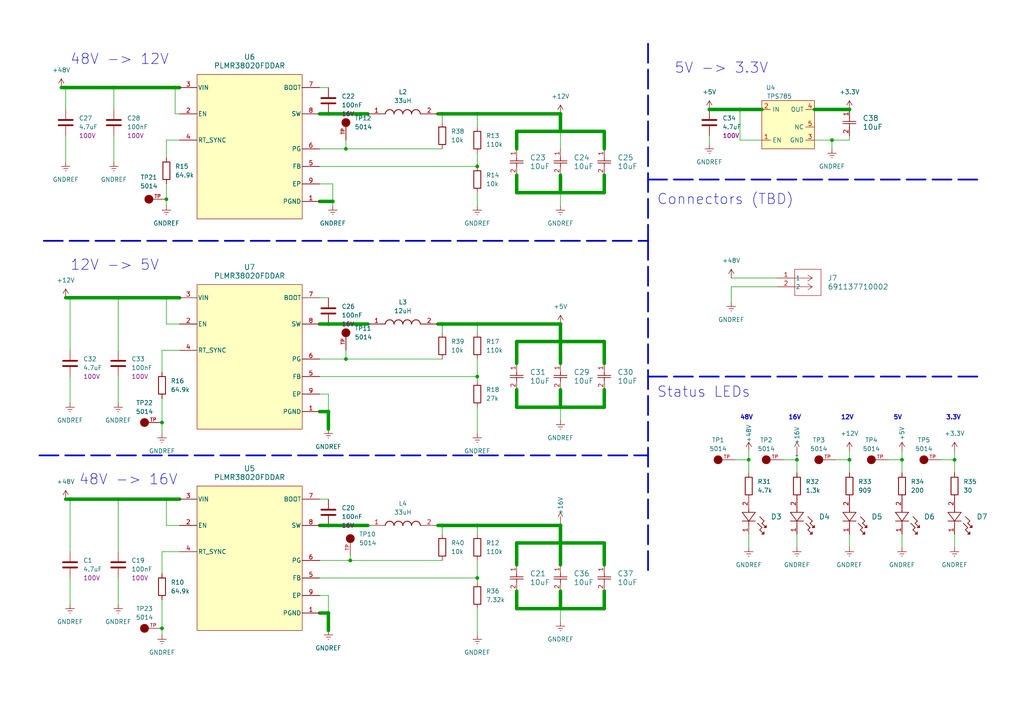
<source format=kicad_sch>
(kicad_sch (version 20230121) (generator eeschema)
  (paper "A4")
  (junction (at 46.99 182.245))
  (junction (at 20.32 144.78))
  (junction (at 246.38 133.35))
  (junction (at 162.56 99.06))
  (junction (at 128.27 93.98))
  (junction (at 241.3 40.64))
  (junction (at 138.43 33.02))
  (junction (at 138.43 167.64))
  (junction (at 20.32 86.36))
  (junction (at 162.56 152.4))
  (junction (at 205.74 31.75))
  (junction (at 246.38 31.75))
  (junction (at 128.27 152.4))
  (junction (at 138.43 48.26))
  (junction (at 48.26 57.785))
  (junction (at 162.56 157.48))
  (junction (at 231.14 133.35))
  (junction (at 100.33 104.14))
  (junction (at 34.29 86.36))
  (junction (at 95.25 119.38))
  (junction (at 48.26 144.78))
  (junction (at 162.56 93.98))
  (junction (at 100.33 43.18))
  (junction (at 95.25 152.4))
  (junction (at 95.25 93.98))
  (junction (at 19.05 25.4))
  (junction (at 162.56 176.53))
  (junction (at 217.17 133.35))
  (junction (at 50.8 25.4))
  (junction (at 138.43 93.98))
  (junction (at 138.43 109.22))
  (junction (at 46.99 122.555))
  (junction (at 214.63 31.75))
  (junction (at 95.25 33.02))
  (junction (at 48.26 86.36))
  (junction (at 95.25 177.8))
  (junction (at 276.86 133.35))
  (junction (at 96.52 58.42))
  (junction (at 162.56 33.02))
  (junction (at 138.43 152.4))
  (junction (at 162.56 55.88))
  (junction (at 162.56 38.1))
  (junction (at 34.29 144.78))
  (junction (at 33.02 25.4))
  (junction (at 162.56 118.11))
  (junction (at 128.27 33.02))
  (junction (at 101.6 162.56))
  (junction (at 261.62 133.35))
  (wire (pts (xy 92.71 104.14) (xy 100.33 104.14)))
  (wire (pts (xy 231.14 154.94) (xy 231.14 158.75)))
  (wire (pts (xy 48.26 144.78) (xy 48.26 152.4)))
  (wire (pts (xy 128.27 152.4) (xy 127 152.4)))
  (wire (pts (xy 48.26 86.36) (xy 48.26 93.98)))
  (wire (pts (xy 175.26 38.1) (xy 175.26 43.18)) (stroke (width 1)))
  (wire (pts (xy 48.26 144.78) (xy 52.07 144.78)) (stroke (width 1)))
  (wire (pts (xy 95.25 152.4) (xy 106.68 152.4)) (stroke (width 1)))
  (wire (pts (xy 149.86 43.18) (xy 149.86 38.1)) (stroke (width 1)))
  (wire (pts (xy 46.99 115.57) (xy 46.99 122.555)))
  (wire (pts (xy 96.52 53.34) (xy 96.52 58.42)))
  (wire (pts (xy 46.99 101.6) (xy 52.07 101.6)))
  (wire (pts (xy 162.56 96.52) (xy 162.56 99.06)))
  (wire (pts (xy 246.38 133.35) (xy 246.38 130.81)))
  (wire (pts (xy 162.56 176.53) (xy 162.56 180.34)))
  (wire (pts (xy 92.71 177.8) (xy 95.25 177.8)) (stroke (width 1)))
  (wire (pts (xy 19.05 86.36) (xy 20.32 86.36)) (stroke (width 1)))
  (wire (pts (xy 52.07 25.4) (xy 50.8 25.4)) (stroke (width 1)))
  (wire (pts (xy 92.71 48.26) (xy 138.43 48.26)))
  (wire (pts (xy 95.25 93.98) (xy 106.68 93.98)) (stroke (width 1)))
  (wire (pts (xy 95.25 182.88) (xy 95.25 177.8)) (stroke (width 1)))
  (wire (pts (xy 92.71 144.78) (xy 95.25 144.78)))
  (wire (pts (xy 162.56 38.1) (xy 162.56 43.18)))
  (wire (pts (xy 101.6 162.56) (xy 128.27 162.56)))
  (wire (pts (xy 48.26 40.64) (xy 48.26 45.72)))
  (wire (pts (xy 128.27 33.02) (xy 138.43 33.02)) (stroke (width 1)))
  (wire (pts (xy 231.14 133.35) (xy 231.14 132.08)))
  (wire (pts (xy 92.71 172.72) (xy 95.25 172.72)))
  (wire (pts (xy 175.26 157.48) (xy 175.26 163.83)) (stroke (width 1)))
  (wire (pts (xy 214.63 40.64) (xy 214.63 31.75)))
  (wire (pts (xy 138.43 104.14) (xy 138.43 109.22)))
  (wire (pts (xy 175.26 176.53) (xy 162.56 176.53)) (stroke (width 1)))
  (wire (pts (xy 20.32 109.22) (xy 20.32 116.84)))
  (wire (pts (xy 48.26 57.785) (xy 48.26 59.69)))
  (wire (pts (xy 100.33 40.64) (xy 100.33 43.18)))
  (wire (pts (xy 162.56 118.11) (xy 162.56 121.92)))
  (wire (pts (xy 138.43 33.02) (xy 138.43 36.83)))
  (wire (pts (xy 138.43 93.98) (xy 162.56 93.98)) (stroke (width 1)))
  (wire (pts (xy 175.26 118.11) (xy 162.56 118.11)) (stroke (width 1)))
  (wire (pts (xy 231.14 133.35) (xy 231.14 137.16)))
  (wire (pts (xy 214.63 31.75) (xy 220.98 31.75)) (stroke (width 1)))
  (wire (pts (xy 34.29 86.36) (xy 34.29 101.6)))
  (wire (pts (xy 138.43 176.53) (xy 138.43 184.15)))
  (wire (pts (xy 19.05 25.4) (xy 33.02 25.4)) (stroke (width 1)))
  (wire (pts (xy 33.02 25.4) (xy 33.02 31.75)))
  (wire (pts (xy 127 93.98) (xy 128.27 93.98)) (stroke (width 1)))
  (wire (pts (xy 205.74 31.75) (xy 214.63 31.75)) (stroke (width 1)))
  (wire (pts (xy 257.81 133.35) (xy 261.62 133.35)))
  (wire (pts (xy 236.22 31.75) (xy 246.38 31.75)) (stroke (width 1)))
  (wire (pts (xy 92.71 33.02) (xy 95.25 33.02)) (stroke (width 1)))
  (wire (pts (xy 46.99 182.245) (xy 46.99 184.15)))
  (wire (pts (xy 46.99 173.99) (xy 46.99 182.245)))
  (wire (pts (xy 162.56 152.4) (xy 162.56 157.48)) (stroke (width 1)))
  (wire (pts (xy 128.27 93.98) (xy 138.43 93.98)))
  (wire (pts (xy 138.43 33.02) (xy 128.27 33.02)))
  (wire (pts (xy 261.62 133.35) (xy 261.62 130.81)))
  (wire (pts (xy 138.43 55.88) (xy 138.43 59.69)))
  (wire (pts (xy 128.27 93.98) (xy 128.27 96.52)))
  (wire (pts (xy 149.86 50.8) (xy 149.86 55.88)) (stroke (width 1)))
  (wire (pts (xy 92.71 93.98) (xy 95.25 93.98)) (stroke (width 1)))
  (wire (pts (xy 19.05 144.78) (xy 20.32 144.78)) (stroke (width 1)))
  (wire (pts (xy 96.52 58.42) (xy 96.52 59.69)))
  (wire (pts (xy 128.27 152.4) (xy 138.43 152.4)) (stroke (width 1)))
  (wire (pts (xy 138.43 118.11) (xy 138.43 125.73)))
  (wire (pts (xy 46.99 160.02) (xy 52.07 160.02)))
  (wire (pts (xy 19.05 25.4) (xy 19.05 31.75)))
  (wire (pts (xy 92.71 53.34) (xy 96.52 53.34)))
  (wire (pts (xy 95.25 114.3) (xy 95.25 119.38)))
  (wire (pts (xy 52.07 152.4) (xy 48.26 152.4)))
  (wire (pts (xy 33.02 39.37) (xy 33.02 46.99)))
  (wire (pts (xy 261.62 154.94) (xy 261.62 158.75)))
  (wire (pts (xy 92.71 25.4) (xy 95.25 25.4)))
  (wire (pts (xy 33.02 25.4) (xy 50.8 25.4)) (stroke (width 1)))
  (wire (pts (xy 149.86 55.88) (xy 162.56 55.88)) (stroke (width 1)))
  (wire (pts (xy 52.07 40.64) (xy 48.26 40.64)))
  (wire (pts (xy 127 33.02) (xy 128.27 33.02)) (stroke (width 1)))
  (wire (pts (xy 212.09 83.185) (xy 212.09 87.63)))
  (wire (pts (xy 162.56 33.02) (xy 162.56 38.1)) (stroke (width 1)))
  (wire (pts (xy 48.26 53.34) (xy 48.26 57.785)))
  (wire (pts (xy 95.25 124.46) (xy 95.25 119.38)) (stroke (width 1)))
  (wire (pts (xy 149.86 38.1) (xy 162.56 38.1)) (stroke (width 1)))
  (wire (pts (xy 138.43 167.64) (xy 138.43 168.91)))
  (wire (pts (xy 95.25 172.72) (xy 95.25 177.8)))
  (wire (pts (xy 149.86 176.53) (xy 162.56 176.53)) (stroke (width 1)))
  (wire (pts (xy 92.71 86.36) (xy 95.25 86.36)))
  (wire (pts (xy 162.56 38.1) (xy 175.26 38.1)) (stroke (width 1)))
  (wire (pts (xy 95.25 33.02) (xy 99.06 33.02)))
  (wire (pts (xy 128.27 33.02) (xy 127 33.02)))
  (wire (pts (xy 100.33 101.6) (xy 100.33 104.14)))
  (wire (pts (xy 162.56 154.94) (xy 162.56 157.48)))
  (wire (pts (xy 149.86 113.03) (xy 149.86 118.11)) (stroke (width 1)))
  (wire (pts (xy 128.27 152.4) (xy 128.27 154.94)))
  (wire (pts (xy 225.425 83.185) (xy 212.09 83.185)))
  (wire (pts (xy 149.86 157.48) (xy 162.56 157.48)) (stroke (width 1)))
  (wire (pts (xy 34.29 144.78) (xy 34.29 160.02)))
  (wire (pts (xy 52.07 93.98) (xy 48.26 93.98)))
  (wire (pts (xy 20.32 144.78) (xy 20.32 160.02)))
  (wire (pts (xy 34.29 167.64) (xy 34.29 175.26)))
  (wire (pts (xy 246.38 39.37) (xy 246.38 40.64)))
  (wire (pts (xy 127 93.98) (xy 128.27 93.98)))
  (wire (pts (xy 149.86 171.45) (xy 149.86 176.53)) (stroke (width 1)))
  (wire (pts (xy 92.71 167.64) (xy 138.43 167.64)))
  (wire (pts (xy 92.71 152.4) (xy 95.25 152.4)) (stroke (width 1)))
  (wire (pts (xy 138.43 33.02) (xy 162.56 33.02)) (stroke (width 1)))
  (wire (pts (xy 92.71 162.56) (xy 101.6 162.56)))
  (wire (pts (xy 95.25 33.02) (xy 106.68 33.02)) (stroke (width 1)))
  (polyline (pts (xy 11.43 132.08) (xy 187.96 132.08)) (stroke (width 0.5) (type dash)))
  (wire (pts (xy 162.56 93.98) (xy 162.56 99.06)) (stroke (width 1)))
  (wire (pts (xy 138.43 152.4) (xy 128.27 152.4)))
  (wire (pts (xy 241.3 40.64) (xy 241.3 43.18)))
  (wire (pts (xy 34.29 109.22) (xy 34.29 116.84)))
  (wire (pts (xy 50.8 33.02) (xy 50.8 25.4)))
  (wire (pts (xy 261.62 133.35) (xy 261.62 137.16)))
  (wire (pts (xy 138.43 162.56) (xy 138.43 167.64)))
  (wire (pts (xy 34.29 144.78) (xy 48.26 144.78)) (stroke (width 1)))
  (wire (pts (xy 92.71 43.18) (xy 100.33 43.18)))
  (polyline (pts (xy 187.96 52.07) (xy 284.48 52.07)) (stroke (width 0.5) (type dash)))
  (wire (pts (xy 162.56 118.11) (xy 162.56 113.03)) (stroke (width 1)))
  (wire (pts (xy 162.56 176.53) (xy 162.56 171.45)) (stroke (width 1)))
  (wire (pts (xy 227.33 133.35) (xy 231.14 133.35)))
  (wire (pts (xy 48.26 86.36) (xy 52.07 86.36)) (stroke (width 1)))
  (wire (pts (xy 162.56 157.48) (xy 175.26 157.48)) (stroke (width 1)))
  (polyline (pts (xy 187.96 69.85) (xy 187.96 166.37)) (stroke (width 0.5) (type dash)))
  (wire (pts (xy 34.29 86.36) (xy 48.26 86.36)) (stroke (width 1)))
  (wire (pts (xy 100.33 104.14) (xy 128.27 104.14)))
  (wire (pts (xy 92.71 119.38) (xy 95.25 119.38)) (stroke (width 1)))
  (wire (pts (xy 220.98 40.64) (xy 214.63 40.64)))
  (wire (pts (xy 217.17 154.94) (xy 217.17 158.75)))
  (wire (pts (xy 46.99 107.95) (xy 46.99 101.6)))
  (wire (pts (xy 276.86 133.35) (xy 276.86 130.81)))
  (polyline (pts (xy 12.7 69.85) (xy 187.96 69.85)) (stroke (width 0.5) (type dash)))
  (wire (pts (xy 138.43 44.45) (xy 138.43 48.26)))
  (wire (pts (xy 212.09 80.645) (xy 225.425 80.645)))
  (wire (pts (xy 246.38 154.94) (xy 246.38 158.75)))
  (wire (pts (xy 138.43 152.4) (xy 138.43 154.94)))
  (wire (pts (xy 162.56 99.06) (xy 162.56 105.41)) (stroke (width 1)))
  (wire (pts (xy 162.56 55.88) (xy 162.56 59.69)))
  (wire (pts (xy 276.86 133.35) (xy 276.86 137.16)))
  (polyline (pts (xy 187.96 12.7) (xy 187.96 69.85)) (stroke (width 0.5) (type dash)))
  (wire (pts (xy 175.26 99.06) (xy 175.26 105.41)) (stroke (width 1)))
  (wire (pts (xy 276.86 154.94) (xy 276.86 158.75)))
  (wire (pts (xy 175.26 113.03) (xy 175.26 118.11)) (stroke (width 1)))
  (wire (pts (xy 149.86 99.06) (xy 162.56 99.06)) (stroke (width 1)))
  (wire (pts (xy 217.17 133.35) (xy 213.36 133.35)))
  (wire (pts (xy 20.32 86.36) (xy 34.29 86.36)) (stroke (width 1)))
  (wire (pts (xy 100.33 43.18) (xy 128.27 43.18)))
  (wire (pts (xy 20.32 167.64) (xy 20.32 175.26)))
  (wire (pts (xy 20.32 144.78) (xy 34.29 144.78)) (stroke (width 1)))
  (wire (pts (xy 128.27 93.98) (xy 138.43 93.98)) (stroke (width 1)))
  (wire (pts (xy 92.71 114.3) (xy 95.25 114.3)))
  (wire (pts (xy 19.05 39.37) (xy 19.05 46.99)))
  (wire (pts (xy 175.26 171.45) (xy 175.26 176.53)) (stroke (width 1)))
  (wire (pts (xy 175.26 50.8) (xy 175.26 55.88)) (stroke (width 1)))
  (wire (pts (xy 217.17 130.81) (xy 217.17 133.35)))
  (wire (pts (xy 246.38 133.35) (xy 246.38 137.16)))
  (wire (pts (xy 175.26 55.88) (xy 162.56 55.88)) (stroke (width 1)))
  (wire (pts (xy 205.74 39.37) (xy 205.74 41.91)))
  (wire (pts (xy 128.27 33.02) (xy 128.27 35.56)))
  (wire (pts (xy 92.71 58.42) (xy 96.52 58.42)) (stroke (width 1)))
  (polyline (pts (xy 187.96 109.22) (xy 284.48 109.22)) (stroke (width 0.5) (type dash)))
  (wire (pts (xy 162.56 157.48) (xy 162.56 163.83)) (stroke (width 1)))
  (wire (pts (xy 149.86 118.11) (xy 162.56 118.11)) (stroke (width 1)))
  (wire (pts (xy 273.05 133.35) (xy 276.86 133.35)))
  (wire (pts (xy 52.07 33.02) (xy 50.8 33.02)))
  (wire (pts (xy 17.78 25.4) (xy 19.05 25.4)) (stroke (width 1)))
  (wire (pts (xy 217.17 133.35) (xy 217.17 137.16)))
  (wire (pts (xy 46.99 122.555) (xy 46.99 125.73)))
  (wire (pts (xy 242.57 133.35) (xy 246.38 133.35)))
  (wire (pts (xy 138.43 109.22) (xy 138.43 110.49)))
  (wire (pts (xy 236.22 40.64) (xy 241.3 40.64)))
  (wire (pts (xy 20.32 86.36) (xy 20.32 101.6)))
  (wire (pts (xy 241.3 40.64) (xy 246.38 40.64)))
  (wire (pts (xy 46.99 166.37) (xy 46.99 160.02)))
  (wire (pts (xy 138.43 93.98) (xy 138.43 96.52)))
  (wire (pts (xy 149.86 163.83) (xy 149.86 157.48)) (stroke (width 1)))
  (wire (pts (xy 162.56 55.88) (xy 162.56 50.8)) (stroke (width 1)))
  (wire (pts (xy 162.56 99.06) (xy 175.26 99.06)) (stroke (width 1)))
  (wire (pts (xy 138.43 152.4) (xy 162.56 152.4)) (stroke (width 1)))
  (wire (pts (xy 149.86 105.41) (xy 149.86 99.06)) (stroke (width 1)))
  (wire (pts (xy 101.6 161.29) (xy 101.6 162.56)))
  (wire (pts (xy 127 152.4) (xy 128.27 152.4)) (stroke (width 1)))
  (wire (pts (xy 92.71 109.22) (xy 138.43 109.22)))
  (text "16V" (at 228.6 121.92 0) (effects (font (size 1.27 1.27) bold) (justify left bottom)))
  (text "5V" (at 259.08 121.92 0) (effects (font (size 1.27 1.27) bold) (justify left bottom)))
  (text "48V -> 12V" (at 20.32 19.05 0) (effects (font (size 3 3)) (justify left bottom)))
  (text "12V -> 5V" (at 20.32 78.74 0) (effects (font (size 3 3)) (justify left bottom)))
  (text "5V -> 3.3V" (at 195.58 21.59 0) (effects (font (size 3 3)) (justify left bottom)))
  (text "Status LEDs" (at 190.5 115.57 0) (effects (font (size 3 3)) (justify left bottom)))
  (text "48V -> 16V" (at 22.86 140.97 0) (effects (font (size 3 3)) (justify left bottom)))
  (text "48V" (at 214.63 121.92 0) (effects (font (size 1.27 1.27) bold) (justify left bottom)))
  (text "3.3V" (at 274.32 121.92 0) (effects (font (size 1.27 1.27) bold) (justify left bottom)))
  (text "Connectors (TBD)" (at 190.5 59.69 0) (effects (font (size 3 3)) (justify left bottom)))
  (text "12V" (at 243.84 121.92 0) (effects (font (size 1.27 1.27) bold) (justify left bottom)))
  (symbol (lib_id "Device:R") (at 231.14 140.97 0) (unit 1)
    (property "Reference" "R32" (at 233.68 139.7 0) (effects (justify left)))
    (property "Value" "1.3k" (at 233.68 142.24 0) (effects (justify left)))
    (property "Footprint" "footprints:RESC2012X60N" (effects hide))
  )
  (symbol (lib_id "CL21A106KAYNNNG:CL21A106KAYNNNG") (at 162.56 43.18 270) (unit 1)
    (property "Reference" "C24" (at 166.37 45.72 90) (effects (font (size 1.524 1.524)) (justify left)))
    (property "Value" "10uF" (at 166.37 48.26 90) (effects (font (size 1.524 1.524)) (justify left)))
    (property "Footprint" "footprints:CAPC2012X94N" (effects hide))
    (property "Datasheet" "CL21A106KAYNNNG" (effects hide))
  )
  (symbol (lib_id "CDRH127_LDNP-330MC:CDRH127_LDNP-330MC") (at 106.68 33.02 0) (unit 1)
    (property "Reference" "L2" (at 116.84 26.67 0))
    (property "Value" "33uH" (at 116.84 29.21 0))
    (property "Footprint" "footprints:INDPM120120X800N" (effects hide))
    (property "Datasheet" "https://products.sumida.com/products/pdf/CDRH127LD.pdf" (effects hide))
    (property "Height" "8" (effects hide))
    (property "Manufacturer_Name" "Sumida" (effects hide))
    (property "Manufacturer_Part_Number" "CDRH127/LDNP-330MC" (effects hide))
    (property "Mouser Part Number" "851-CDRH127LDNP330MC" (effects hide))
    (property "Mouser Price/Stock" "https://www.mouser.co.uk/ProductDetail/Sumida/CDRH127-LDNP-330MC?qs=rZntyWl5IYHj3wgmnQ0WOg%3D%3D" (effects hide))
    (property "Arrow Part Number" "CDRH127/LDNP-330MC" (effects hide))
    (property "Arrow Price/Stock" "https://www.arrow.com/en/products/cdrh127ldnp-330mc/sumida?region=nac" (effects hide))
  )
  (symbol (lib_id "Device:C") (at 34.29 105.41 0) (unit 1)
    (property "Reference" "C33" (at 38.1 104.14 0) (effects (justify left)))
    (property "Value" "100nF" (at 38.1 106.68 0) (effects (justify left)))
    (property "Footprint" "footprints:CAPC2012X94N" (effects hide))
    (property "Voltage" "100V" (at 38.1 109.22 0) (effects (justify left)))
    (property "MPN" "CL21B104KCFNNNE" (effects hide))
  )
  (symbol (lib_id "power:+12V") (at 246.38 130.81 0) (unit 1)
    (property "Reference" "#PWR048" (effects hide))
    (property "Value" "+12V" (at 246.38 125.73 0))
  )
  (symbol (lib_id "power:GNDREF") (at 95.25 182.88 0) (unit 1)
    (property "Reference" "#PWR027" (effects hide))
    (property "Value" "GNDREF" (at 95.25 187.96 0))
  )
  (symbol (lib_id "Device:R") (at 138.43 100.33 0) (unit 1)
    (property "Reference" "R17" (at 140.97 99.06 0) (effects (justify left)))
    (property "Value" "110k" (at 140.97 101.6 0) (effects (justify left)))
    (property "Footprint" "footprints:RESC2012X60N" (effects hide))
  )
  (symbol (lib_id "power:+3.3V") (at 276.86 130.81 0) (unit 1)
    (property "Reference" "#PWR050" (effects hide))
    (property "Value" "+3.3V" (at 276.86 125.73 0))
  )
  (symbol (lib_id "CL21A106KAYNNNG:CL21A106KAYNNNG") (at 149.86 163.83 270) (unit 1)
    (property "Reference" "C21" (at 153.67 166.37 90) (effects (font (size 1.524 1.524)) (justify left)))
    (property "Value" "10uF" (at 153.67 168.91 90) (effects (font (size 1.524 1.524)) (justify left)))
    (property "Footprint" "footprints:CAPC2012X94N" (effects hide))
    (property "Datasheet" "CL21A106KAYNNNG" (effects hide))
  )
  (symbol (lib_id "150080GS75000:150080GS75000") (at 231.14 144.78 270) (unit 1)
    (property "Reference" "D4" (at 237.49 149.86 90) (effects (font (size 1.524 1.524)) (justify left)))
    (property "Value" "150080GS75000" (effects hide))
    (property "Footprint" "footprints:LED_GS75000_WRE" (effects hide))
    (property "Datasheet" "150080GS75000" (effects hide))
  )
  (symbol (lib_id "Device:R") (at 276.86 140.97 0) (unit 1)
    (property "Reference" "R35" (at 279.4 139.7 0) (effects (justify left)))
    (property "Value" "30" (at 279.4 142.24 0) (effects (justify left)))
    (property "Footprint" "footprints:RESC2012X60N" (effects hide))
  )
  (symbol (lib_id "5014:5014") (at 100.33 96.52 90) (unit 1)
    (property "Reference" "TP11" (at 102.87 95.25 90) (effects (justify right)))
    (property "Value" "5014" (at 102.87 97.79 90) (effects (justify right)))
    (property "Footprint" "footprints:TP_5014" (effects hide))
    (property "MF" "Keystone" (effects hide))
    (property "MAXIMUM_PACKAGE_HEIGHT" "8.13 mm" (effects hide))
    (property "Package" "None" (effects hide))
    (property "Price" "None" (effects hide))
    (property "Check_prices" "https://www.snapeda.com/parts/5014/Keystone/view-part/?ref=eda" (effects hide))
    (property "STANDARD" "Manufacturer Recommendations" (effects hide))
    (property "PARTREV" "F" (effects hide))
    (property "SnapEDA_Link" "https://www.snapeda.com/parts/5014/Keystone/view-part/?ref=snap" (effects hide))
    (property "MP" "5014" (effects hide))
    (property "Purchase-URL" "https://www.snapeda.com/api/url_track_click_mouser/?unipart_id=500798&manufacturer=Keystone&part_name=5014&search_term=	 pc test point multipurpos" (effects hide))
    (property "Description" "\nTest Point MultiPurpose THM H .445 Nylon 46 Insulated Yel PhosBronze/Silver | Keystone Electronics 5014\n" (effects hide))
    (property "MANUFACTURER" "Keystone Electronics" (effects hide))
    (property "Availability" "In Stock" (effects hide))
    (property "SNAPEDA_PN" "5010" (effects hide))
  )
  (symbol (lib_id "more_powerSymbols:+16V") (at 162.56 152.4 0) (unit 1) (in_bom no) (on_board no)
    (property "Reference" "#PWR029" (effects hide))
    (property "Value" "~" (at 162.56 152.4 0))
  )
  (symbol (lib_id "power:+48V") (at 19.05 144.78 0) (unit 1)
    (property "Reference" "#PWR023" (effects hide))
    (property "Value" "+48V" (at 19.05 139.7 0))
  )
  (symbol (lib_id "Device:C") (at 95.25 29.21 0) (unit 1)
    (property "Reference" "C22" (at 99.06 27.94 0) (effects (justify left)))
    (property "Value" "100nF" (at 99.06 30.48 0) (effects (justify left)))
    (property "Footprint" "footprints:CAPC2012X94N" (effects hide))
    (property "Voltage" "16V" (at 99.06 33.02 0) (effects (justify left)))
    (property "MPN" "CL21B104KCFNNNE" (effects hide))
  )
  (symbol (lib_id "power:GNDREF") (at 276.86 158.75 0) (unit 1)
    (property "Reference" "#PWR073" (effects hide))
    (property "Value" "GNDREF" (at 276.86 163.83 0))
  )
  (symbol (lib_id "power:+5V") (at 205.74 31.75 0) (unit 1)
    (property "Reference" "#PWR049" (effects hide))
    (property "Value" "+5V" (at 205.74 26.67 0))
  )
  (symbol (lib_id "CL21A106KAYNNNG:CL21A106KAYNNNG") (at 149.86 43.18 270) (unit 1)
    (property "Reference" "C23" (at 153.67 45.72 90) (effects (font (size 1.524 1.524)) (justify left)))
    (property "Value" "10uF" (at 153.67 48.26 90) (effects (font (size 1.524 1.524)) (justify left)))
    (property "Footprint" "footprints:CAPC2012X94N" (effects hide))
    (property "Datasheet" "CL21A106KAYNNNG" (effects hide))
  )
  (symbol (lib_id "power:GNDREF") (at 19.05 46.99 0) (unit 1)
    (property "Reference" "#PWR042" (effects hide))
    (property "Value" "GNDREF" (at 19.05 52.07 0))
  )
  (symbol (lib_id "150080GS75000:150080GS75000") (at 261.62 144.78 270) (unit 1)
    (property "Reference" "D6" (at 267.97 149.86 90) (effects (font (size 1.524 1.524)) (justify left)))
    (property "Value" "150080GS75000" (effects hide))
    (property "Footprint" "footprints:LED_GS75000_WRE" (effects hide))
    (property "Datasheet" "150080GS75000" (effects hide))
  )
  (symbol (lib_id "CL21A106KAYNNNG:CL21A106KAYNNNG") (at 162.56 105.41 270) (unit 1)
    (property "Reference" "C29" (at 166.37 107.95 90) (effects (font (size 1.524 1.524)) (justify left)))
    (property "Value" "10uF" (at 166.37 110.49 90) (effects (font (size 1.524 1.524)) (justify left)))
    (property "Footprint" "footprints:CAPC2012X94N" (effects hide))
    (property "Datasheet" "CL21A106KAYNNNG" (effects hide))
  )
  (symbol (lib_id "Device:R") (at 48.26 49.53 0) (unit 1)
    (property "Reference" "R15" (at 50.8 48.26 0) (effects (justify left)))
    (property "Value" "64.9k" (at 50.8 50.8 0) (effects (justify left)))
    (property "Footprint" "footprints:RESC2012X60N" (effects hide))
  )
  (symbol (lib_id "power:GNDREF") (at 95.25 124.46 0) (unit 1)
    (property "Reference" "#PWR041" (effects hide))
    (property "Value" "GNDREF" (at 95.25 129.54 0))
  )
  (symbol (lib_id "150080GS75000:150080GS75000") (at 276.86 144.78 270) (unit 1)
    (property "Reference" "D7" (at 283.21 149.86 90) (effects (font (size 1.524 1.524)) (justify left)))
    (property "Value" "150080GS75000" (effects hide))
    (property "Footprint" "footprints:LED_GS75000_WRE" (effects hide))
    (property "Datasheet" "150080GS75000" (effects hide))
  )
  (symbol (lib_id "power:GNDREF") (at 162.56 180.34 0) (unit 1)
    (property "Reference" "#PWR030" (effects hide))
    (property "Value" "GNDREF" (at 162.56 185.42 0))
  )
  (symbol (lib_id "power:+48V") (at 17.78 25.4 0) (unit 1)
    (property "Reference" "#PWR032" (effects hide))
    (property "Value" "+48V" (at 17.78 20.32 0))
  )
  (symbol (lib_id "power:+5V") (at 261.62 130.81 0) (unit 1)
    (property "Reference" "#PWR015" (effects hide))
    (property "Value" "+5V" (at 261.62 125.73 90))
  )
  (symbol (lib_id "power:GNDREF") (at 212.09 87.63 0) (unit 1)
    (property "Reference" "#PWR082" (effects hide))
    (property "Value" "GNDREF" (at 212.09 92.71 0))
  )
  (symbol (lib_id "CL21A106KAYNNNG:CL21A106KAYNNNG") (at 175.26 43.18 270) (unit 1)
    (property "Reference" "C25" (at 179.07 45.72 90) (effects (font (size 1.524 1.524)) (justify left)))
    (property "Value" "10uF" (at 179.07 48.26 90) (effects (font (size 1.524 1.524)) (justify left)))
    (property "Footprint" "footprints:CAPC2012X94N" (effects hide))
    (property "Datasheet" "CL21A106KAYNNNG" (effects hide))
  )
  (symbol (lib_id "5014:5014") (at 267.97 133.35 180) (unit 1)
    (property "Reference" "TP5" (at 267.97 127.635 0))
    (property "Value" "5014" (at 267.97 130.175 0))
    (property "Footprint" "footprints:TP_5014" (effects hide))
    (property "MF" "Keystone" (effects hide))
    (property "MAXIMUM_PACKAGE_HEIGHT" "8.13 mm" (effects hide))
    (property "Package" "None" (effects hide))
    (property "Price" "None" (effects hide))
    (property "Check_prices" "https://www.snapeda.com/parts/5014/Keystone/view-part/?ref=eda" (effects hide))
    (property "STANDARD" "Manufacturer Recommendations" (effects hide))
    (property "PARTREV" "F" (effects hide))
    (property "SnapEDA_Link" "https://www.snapeda.com/parts/5014/Keystone/view-part/?ref=snap" (effects hide))
    (property "MP" "5014" (effects hide))
    (property "Purchase-URL" "https://www.snapeda.com/api/url_track_click_mouser/?unipart_id=500798&manufacturer=Keystone&part_name=5014&search_term=	 pc test point multipurpos" (effects hide))
    (property "Description" "\nTest Point MultiPurpose THM H .445 Nylon 46 Insulated Yel PhosBronze/Silver | Keystone Electronics 5014\n" (effects hide))
    (property "MANUFACTURER" "Keystone Electronics" (effects hide))
    (property "Availability" "In Stock" (effects hide))
    (property "SNAPEDA_PN" "5010" (effects hide))
  )
  (symbol (lib_id "150080GS75000:150080GS75000") (at 246.38 144.78 270) (unit 1)
    (property "Reference" "D5" (at 252.73 149.86 90) (effects (font (size 1.524 1.524)) (justify left)))
    (property "Value" "150080GS75000" (effects hide))
    (property "Footprint" "footprints:LED_GS75000_WRE" (effects hide))
    (property "Datasheet" "150080GS75000" (effects hide))
  )
  (symbol (lib_id "Device:R") (at 138.43 40.64 0) (unit 1)
    (property "Reference" "R13" (at 140.97 39.37 0) (effects (justify left)))
    (property "Value" "110k" (at 140.97 41.91 0) (effects (justify left)))
    (property "Footprint" "footprints:RESC2012X60N" (effects hide))
  )
  (symbol (lib_id "power:GNDREF") (at 20.32 116.84 0) (unit 1)
    (property "Reference" "#PWR046" (effects hide))
    (property "Value" "GNDREF" (at 20.32 121.92 0))
  )
  (symbol (lib_id "Device:R") (at 217.17 140.97 0) (unit 1)
    (property "Reference" "R31" (at 219.71 139.7 0) (effects (justify left)))
    (property "Value" "4.7k" (at 219.71 142.24 0) (effects (justify left)))
    (property "Footprint" "footprints:RESC2012X60N" (effects hide))
  )
  (symbol (lib_id "power:GNDREF") (at 46.99 184.15 0) (unit 1)
    (property "Reference" "#PWR026" (effects hide))
    (property "Value" "GNDREF" (at 46.99 189.23 0))
  )
  (symbol (lib_id "tps78533qkvurq1:TPS78533QKVURQ1") (at 226.06 27.94 0) (unit 1)
    (property "Reference" "U4" (at 223.52 25.4 0))
    (property "Value" "TPS785" (at 226.06 27.94 0))
    (property "Footprint" "footprints:DPAK114P990X239-6N" (effects hide))
  )
  (symbol (lib_id "power:GNDREF") (at 231.14 158.75 0) (unit 1)
    (property "Reference" "#PWR069" (effects hide))
    (property "Value" "GNDREF" (at 231.14 163.83 0))
  )
  (symbol (lib_id "power:+3.3V") (at 246.38 31.75 0) (unit 1)
    (property "Reference" "#PWR052" (effects hide))
    (property "Value" "+3.3V" (at 246.38 26.67 0))
  )
  (symbol (lib_id "CDRH127_LDNP-330MC:CDRH127_LDNP-330MC") (at 106.68 152.4 0) (unit 1)
    (property "Reference" "L4" (at 116.84 146.05 0))
    (property "Value" "33uH" (at 116.84 148.59 0))
    (property "Footprint" "footprints:INDPM120120X800N" (effects hide))
    (property "Datasheet" "https://products.sumida.com/products/pdf/CDRH127LD.pdf" (effects hide))
    (property "Height" "8" (effects hide))
    (property "Manufacturer_Name" "Sumida" (effects hide))
    (property "Manufacturer_Part_Number" "CDRH127/LDNP-330MC" (effects hide))
    (property "Mouser Part Number" "851-CDRH127LDNP330MC" (effects hide))
    (property "Mouser Price/Stock" "https://www.mouser.co.uk/ProductDetail/Sumida/CDRH127-LDNP-330MC?qs=rZntyWl5IYHj3wgmnQ0WOg%3D%3D" (effects hide))
    (property "Arrow Part Number" "CDRH127/LDNP-330MC" (effects hide))
    (property "Arrow Price/Stock" "https://www.arrow.com/en/products/cdrh127ldnp-330mc/sumida?region=nac" (effects hide))
  )
  (symbol (lib_id "CDRH127_LDNP-120MC:CDRH127_LDNP-120MC") (at 106.68 93.98 0) (unit 1)
    (property "Reference" "L3" (at 116.84 87.63 0))
    (property "Value" "12uH" (at 116.84 90.17 0))
    (property "Footprint" "footprints:INDPM120120X800N" (effects hide))
    (property "Datasheet" "https://products.sumida.com/products/pdf/CDRH127LD.pdf" (effects hide))
    (property "Height" "8" (effects hide))
    (property "Manufacturer_Name" "Sumida" (effects hide))
    (property "Manufacturer_Part_Number" "CDRH127/LDNP-120MC" (effects hide))
    (property "Mouser Part Number" "851-CDRH127LDNP120MC" (effects hide))
    (property "Mouser Price/Stock" "https://www.mouser.co.uk/ProductDetail/Sumida/CDRH127-LDNP-120MC?qs=2NnMVG9ld2BRJwyOBMx6Gg%3D%3D" (effects hide))
    (property "Arrow Part Number" "CDRH127/LDNP-120MC" (effects hide))
    (property "Arrow Price/Stock" "https://www.arrow.com/en/products/cdrh127ldnp-120mc/sumida?region=nac" (effects hide))
  )
  (symbol (lib_id "5014:5014") (at 100.33 35.56 90) (unit 1)
    (property "Reference" "TP12" (at 102.87 34.29 90) (effects (justify right)))
    (property "Value" "5014" (at 102.87 36.83 90) (effects (justify right)))
    (property "Footprint" "footprints:TP_5014" (effects hide))
    (property "MF" "Keystone" (effects hide))
    (property "MAXIMUM_PACKAGE_HEIGHT" "8.13 mm" (effects hide))
    (property "Package" "None" (effects hide))
    (property "Price" "None" (effects hide))
    (property "Check_prices" "https://www.snapeda.com/parts/5014/Keystone/view-part/?ref=eda" (effects hide))
    (property "STANDARD" "Manufacturer Recommendations" (effects hide))
    (property "PARTREV" "F" (effects hide))
    (property "SnapEDA_Link" "https://www.snapeda.com/parts/5014/Keystone/view-part/?ref=snap" (effects hide))
    (property "MP" "5014" (effects hide))
    (property "Purchase-URL" "https://www.snapeda.com/api/url_track_click_mouser/?unipart_id=500798&manufacturer=Keystone&part_name=5014&search_term=	 pc test point multipurpos" (effects hide))
    (property "Description" "\nTest Point MultiPurpose THM H .445 Nylon 46 Insulated Yel PhosBronze/Silver | Keystone Electronics 5014\n" (effects hide))
    (property "MANUFACTURER" "Keystone Electronics" (effects hide))
    (property "Availability" "In Stock" (effects hide))
    (property "SNAPEDA_PN" "5010" (effects hide))
  )
  (symbol (lib_id "power:GNDREF") (at 138.43 184.15 0) (unit 1)
    (property "Reference" "#PWR028" (effects hide))
    (property "Value" "GNDREF" (at 138.43 189.23 0))
  )
  (symbol (lib_id "Device:R") (at 138.43 172.72 0) (unit 1)
    (property "Reference" "R36" (at 140.97 171.45 0) (effects (justify left)))
    (property "Value" "7.32k" (at 140.97 173.99 0) (effects (justify left)))
    (property "Footprint" "footprints:RESC2012X60N" (effects hide))
  )
  (symbol (lib_id "power:GNDREF") (at 46.99 125.73 0) (unit 1)
    (property "Reference" "#PWR038" (effects hide))
    (property "Value" "GNDREF" (at 46.99 130.81 0))
  )
  (symbol (lib_id "Device:R") (at 46.99 170.18 0) (unit 1)
    (property "Reference" "R10" (at 49.53 168.91 0) (effects (justify left)))
    (property "Value" "64.9k" (at 49.53 171.45 0) (effects (justify left)))
    (property "Footprint" "footprints:RESC2012X60N" (effects hide))
  )
  (symbol (lib_id "power:+12V") (at 19.05 86.36 0) (unit 1)
    (property "Reference" "#PWR039" (effects hide))
    (property "Value" "+12V" (at 19.05 81.28 0))
  )
  (symbol (lib_id "power:GNDREF") (at 246.38 158.75 0) (unit 1)
    (property "Reference" "#PWR071" (effects hide))
    (property "Value" "GNDREF" (at 246.38 163.83 0))
  )
  (symbol (lib_id "power:GNDREF") (at 261.62 158.75 0) (unit 1)
    (property "Reference" "#PWR072" (effects hide))
    (property "Value" "GNDREF" (at 261.62 163.83 0))
  )
  (symbol (lib_id "power:GNDREF") (at 217.17 158.75 0) (unit 1)
    (property "Reference" "#PWR07" (effects hide))
    (property "Value" "GNDREF" (at 217.17 163.83 0))
  )
  (symbol (lib_id "power:GNDREF") (at 48.26 59.69 0) (unit 1)
    (property "Reference" "#PWR036" (effects hide))
    (property "Value" "GNDREF" (at 48.26 64.77 0))
  )
  (symbol (lib_id "Device:C") (at 20.32 163.83 0) (unit 1)
    (property "Reference" "C1" (at 24.13 162.56 0) (effects (justify left)))
    (property "Value" "4.7uF" (at 24.13 165.1 0) (effects (justify left)))
    (property "Footprint" "Capacitor_SMD:C_1210_3225Metric" (effects hide))
    (property "Voltage" "100V" (at 24.13 167.64 0) (effects (justify left)))
    (property "MPN" "KAM32LR72A475KU" (effects hide))
  )
  (symbol (lib_id "5014:5014") (at 252.73 133.35 180) (unit 1)
    (property "Reference" "TP4" (at 252.73 127.635 0))
    (property "Value" "5014" (at 252.73 130.175 0))
    (property "Footprint" "footprints:TP_5014" (effects hide))
    (property "MF" "Keystone" (effects hide))
    (property "MAXIMUM_PACKAGE_HEIGHT" "8.13 mm" (effects hide))
    (property "Package" "None" (effects hide))
    (property "Price" "None" (effects hide))
    (property "Check_prices" "https://www.snapeda.com/parts/5014/Keystone/view-part/?ref=eda" (effects hide))
    (property "STANDARD" "Manufacturer Recommendations" (effects hide))
    (property "PARTREV" "F" (effects hide))
    (property "SnapEDA_Link" "https://www.snapeda.com/parts/5014/Keystone/view-part/?ref=snap" (effects hide))
    (property "MP" "5014" (effects hide))
    (property "Purchase-URL" "https://www.snapeda.com/api/url_track_click_mouser/?unipart_id=500798&manufacturer=Keystone&part_name=5014&search_term=	 pc test point multipurpos" (effects hide))
    (property "Description" "\nTest Point MultiPurpose THM H .445 Nylon 46 Insulated Yel PhosBronze/Silver | Keystone Electronics 5014\n" (effects hide))
    (property "MANUFACTURER" "Keystone Electronics" (effects hide))
    (property "Availability" "In Stock" (effects hide))
    (property "SNAPEDA_PN" "5010" (effects hide))
  )
  (symbol (lib_id "Device:C") (at 95.25 148.59 0) (unit 1)
    (property "Reference" "C20" (at 99.06 147.32 0) (effects (justify left)))
    (property "Value" "100nF" (at 99.06 149.86 0) (effects (justify left)))
    (property "Footprint" "footprints:CAPC2012X94N" (effects hide))
    (property "Voltage" "16V" (at 99.06 152.4 0) (effects (justify left)))
    (property "MPN" "CL21B104KCFNNNE" (effects hide))
  )
  (symbol (lib_id "power:GNDREF") (at 205.74 41.91 0) (unit 1)
    (property "Reference" "#PWR031" (effects hide))
    (property "Value" "GNDREF" (at 205.74 46.99 0))
  )
  (symbol (lib_id "LMR38020FDDAR:PLMR38020FDDAR") (at 52.07 144.78 0) (unit 1)
    (property "Reference" "U5" (at 72.39 135.89 0) (effects (font (size 1.524 1.524))))
    (property "Value" "PLMR38020FDDAR" (at 72.39 138.43 0) (effects (font (size 1.524 1.524))))
    (property "Footprint" "footprints:DDA0008E-IPC_B" (effects hide))
    (property "Datasheet" "PLMR38020FDDAR" (effects hide))
  )
  (symbol (lib_id "Device:C") (at 205.74 35.56 0) (unit 1)
    (property "Reference" "C34" (at 209.55 34.29 0) (effects (justify left)))
    (property "Value" "4.7uF" (at 209.55 36.83 0) (effects (justify left)))
    (property "Footprint" "Capacitor_SMD:C_1210_3225Metric" (effects hide))
    (property "Voltage" "100V" (at 209.55 39.37 0) (effects (justify left)))
    (property "MPN" "KAM32LR72A475KU" (effects hide))
  )
  (symbol (lib_id "5014:5014") (at 41.91 122.555 180) (unit 1)
    (property "Reference" "TP22" (at 41.91 116.84 0))
    (property "Value" "5014" (at 41.91 119.38 0))
    (property "Footprint" "footprints:TP_5014" (effects hide))
    (property "MF" "Keystone" (effects hide))
    (property "MAXIMUM_PACKAGE_HEIGHT" "8.13 mm" (effects hide))
    (property "Package" "None" (effects hide))
    (property "Price" "None" (effects hide))
    (property "Check_prices" "https://www.snapeda.com/parts/5014/Keystone/view-part/?ref=eda" (effects hide))
    (property "STANDARD" "Manufacturer Recommendations" (effects hide))
    (property "PARTREV" "F" (effects hide))
    (property "SnapEDA_Link" "https://www.snapeda.com/parts/5014/Keystone/view-part/?ref=snap" (effects hide))
    (property "MP" "5014" (effects hide))
    (property "Purchase-URL" "https://www.snapeda.com/api/url_track_click_mouser/?unipart_id=500798&manufacturer=Keystone&part_name=5014&search_term=	 pc test point multipurpos" (effects hide))
    (property "Description" "\nTest Point MultiPurpose THM H .445 Nylon 46 Insulated Yel PhosBronze/Silver | Keystone Electronics 5014\n" (effects hide))
    (property "MANUFACTURER" "Keystone Electronics" (effects hide))
    (property "Availability" "In Stock" (effects hide))
    (property "SNAPEDA_PN" "5010" (effects hide))
  )
  (symbol (lib_id "CL21A106KAYNNNG:CL21A106KAYNNNG") (at 246.38 31.75 270) (unit 1)
    (property "Reference" "C38" (at 250.19 34.29 90) (effects (font (size 1.524 1.524)) (justify left)))
    (property "Value" "10uF" (at 250.19 36.83 90) (effects (font (size 1.524 1.524)) (justify left)))
    (property "Footprint" "footprints:CAPC2012X94N" (effects hide))
    (property "Datasheet" "CL21A106KAYNNNG" (effects hide))
  )
  (symbol (lib_id "Device:R") (at 128.27 39.37 0) (unit 1)
    (property "Reference" "R38" (at 130.81 38.1 0) (effects (justify left)))
    (property "Value" "10k" (at 130.81 40.64 0) (effects (justify left)))
    (property "Footprint" "footprints:RESC2012X60N" (effects hide))
  )
  (symbol (lib_id "Device:R") (at 246.38 140.97 0) (unit 1)
    (property "Reference" "R33" (at 248.92 139.7 0) (effects (justify left)))
    (property "Value" "909" (at 248.92 142.24 0) (effects (justify left)))
    (property "Footprint" "footprints:RESC2012X60N" (effects hide))
  )
  (symbol (lib_id "150080GS75000:150080GS75000") (at 217.17 144.78 270) (unit 1)
    (property "Reference" "D3" (at 223.52 149.86 90) (effects (font (size 1.524 1.524)) (justify left)))
    (property "Value" "150080GS75000" (effects hide))
    (property "Footprint" "footprints:LED_GS75000_WRE" (effects hide))
    (property "Datasheet" "150080GS75000" (effects hide))
  )
  (symbol (lib_id "Device:R") (at 46.99 111.76 0) (unit 1)
    (property "Reference" "R16" (at 49.53 110.49 0) (effects (justify left)))
    (property "Value" "64.9k" (at 49.53 113.03 0) (effects (justify left)))
    (property "Footprint" "footprints:RESC2012X60N" (effects hide))
  )
  (symbol (lib_id "5014:5014") (at 237.49 133.35 180) (unit 1)
    (property "Reference" "TP3" (at 237.49 127.635 0))
    (property "Value" "5014" (at 237.49 130.175 0))
    (property "Footprint" "footprints:TP_5014" (effects hide))
    (property "MF" "Keystone" (effects hide))
    (property "MAXIMUM_PACKAGE_HEIGHT" "8.13 mm" (effects hide))
    (property "Package" "None" (effects hide))
    (property "Price" "None" (effects hide))
    (property "Check_prices" "https://www.snapeda.com/parts/5014/Keystone/view-part/?ref=eda" (effects hide))
    (property "STANDARD" "Manufacturer Recommendations" (effects hide))
    (property "PARTREV" "F" (effects hide))
    (property "SnapEDA_Link" "https://www.snapeda.com/parts/5014/Keystone/view-part/?ref=snap" (effects hide))
    (property "MP" "5014" (effects hide))
    (property "Purchase-URL" "https://www.snapeda.com/api/url_track_click_mouser/?unipart_id=500798&manufacturer=Keystone&part_name=5014&search_term=	 pc test point multipurpos" (effects hide))
    (property "Description" "\nTest Point MultiPurpose THM H .445 Nylon 46 Insulated Yel PhosBronze/Silver | Keystone Electronics 5014\n" (effects hide))
    (property "MANUFACTURER" "Keystone Electronics" (effects hide))
    (property "Availability" "In Stock" (effects hide))
    (property "SNAPEDA_PN" "5010" (effects hide))
  )
  (symbol (lib_id "power:GNDREF") (at 33.02 46.99 0) (unit 1)
    (property "Reference" "#PWR043" (effects hide))
    (property "Value" "GNDREF" (at 33.02 52.07 0))
  )
  (symbol (lib_id "2024-03-03_19-32-21:691137710002") (at 225.425 80.645 0) (unit 1)
    (property "Reference" "J7" (at 240.03 80.645 0) (effects (font (size 1.524 1.524)) (justify left)))
    (property "Value" "691137710002" (at 240.03 83.185 0) (effects (font (size 1.524 1.524)) (justify left)))
    (property "Footprint" "footprints:CONN2_710002_WRE" (effects hide))
    (property "Datasheet" "691137710002" (effects hide))
  )
  (symbol (lib_id "5014:5014") (at 43.18 57.785 180) (unit 1)
    (property "Reference" "TP21" (at 43.18 51.435 0))
    (property "Value" "5014" (at 43.18 53.975 0))
    (property "Footprint" "footprints:TP_5014" (effects hide))
    (property "MF" "Keystone" (effects hide))
    (property "MAXIMUM_PACKAGE_HEIGHT" "8.13 mm" (effects hide))
    (property "Package" "None" (effects hide))
    (property "Price" "None" (effects hide))
    (property "Check_prices" "https://www.snapeda.com/parts/5014/Keystone/view-part/?ref=eda" (effects hide))
    (property "STANDARD" "Manufacturer Recommendations" (effects hide))
    (property "PARTREV" "F" (effects hide))
    (property "SnapEDA_Link" "https://www.snapeda.com/parts/5014/Keystone/view-part/?ref=snap" (effects hide))
    (property "MP" "5014" (effects hide))
    (property "Purchase-URL" "https://www.snapeda.com/api/url_track_click_mouser/?unipart_id=500798&manufacturer=Keystone&part_name=5014&search_term=	 pc test point multipurpos" (effects hide))
    (property "Description" "\nTest Point MultiPurpose THM H .445 Nylon 46 Insulated Yel PhosBronze/Silver | Keystone Electronics 5014\n" (effects hide))
    (property "MANUFACTURER" "Keystone Electronics" (effects hide))
    (property "Availability" "In Stock" (effects hide))
    (property "SNAPEDA_PN" "5010" (effects hide))
  )
  (symbol (lib_id "Device:C") (at 33.02 35.56 0) (unit 1)
    (property "Reference" "C28" (at 36.83 34.29 0) (effects (justify left)))
    (property "Value" "100nF" (at 36.83 36.83 0) (effects (justify left)))
    (property "Footprint" "footprints:CAPC2012X94N" (effects hide))
    (property "Voltage" "100V" (at 36.83 39.37 0) (effects (justify left)))
    (property "MPN" "CL21B104KCFNNNE" (effects hide))
  )
  (symbol (lib_id "power:+48V") (at 217.17 130.81 0) (unit 1)
    (property "Reference" "#PWR016" (effects hide))
    (property "Value" "+48V" (at 217.17 125.73 90))
  )
  (symbol (lib_id "5014:5014") (at 208.28 133.35 180) (unit 1)
    (property "Reference" "TP1" (at 208.28 127.635 0))
    (property "Value" "5014" (at 208.28 130.175 0))
    (property "Footprint" "footprints:TP_5014" (effects hide))
    (property "MF" "Keystone" (effects hide))
    (property "MAXIMUM_PACKAGE_HEIGHT" "8.13 mm" (effects hide))
    (property "Package" "None" (effects hide))
    (property "Price" "None" (effects hide))
    (property "Check_prices" "https://www.snapeda.com/parts/5014/Keystone/view-part/?ref=eda" (effects hide))
    (property "STANDARD" "Manufacturer Recommendations" (effects hide))
    (property "PARTREV" "F" (effects hide))
    (property "SnapEDA_Link" "https://www.snapeda.com/parts/5014/Keystone/view-part/?ref=snap" (effects hide))
    (property "MP" "5014" (effects hide))
    (property "Purchase-URL" "https://www.snapeda.com/api/url_track_click_mouser/?unipart_id=500798&manufacturer=Keystone&part_name=5014&search_term=	 pc test point multipurpos" (effects hide))
    (property "Description" "\nTest Point MultiPurpose THM H .445 Nylon 46 Insulated Yel PhosBronze/Silver | Keystone Electronics 5014\n" (effects hide))
    (property "MANUFACTURER" "Keystone Electronics" (effects hide))
    (property "Availability" "In Stock" (effects hide))
    (property "SNAPEDA_PN" "5010" (effects hide))
  )
  (symbol (lib_id "5014:5014") (at 41.91 182.245 180) (unit 1)
    (property "Reference" "TP23" (at 41.91 176.53 0))
    (property "Value" "5014" (at 41.91 179.07 0))
    (property "Footprint" "footprints:TP_5014" (effects hide))
    (property "MF" "Keystone" (effects hide))
    (property "MAXIMUM_PACKAGE_HEIGHT" "8.13 mm" (effects hide))
    (property "Package" "None" (effects hide))
    (property "Price" "None" (effects hide))
    (property "Check_prices" "https://www.snapeda.com/parts/5014/Keystone/view-part/?ref=eda" (effects hide))
    (property "STANDARD" "Manufacturer Recommendations" (effects hide))
    (property "PARTREV" "F" (effects hide))
    (property "SnapEDA_Link" "https://www.snapeda.com/parts/5014/Keystone/view-part/?ref=snap" (effects hide))
    (property "MP" "5014" (effects hide))
    (property "Purchase-URL" "https://www.snapeda.com/api/url_track_click_mouser/?unipart_id=500798&manufacturer=Keystone&part_name=5014&search_term=	 pc test point multipurpos" (effects hide))
    (property "Description" "\nTest Point MultiPurpose THM H .445 Nylon 46 Insulated Yel PhosBronze/Silver | Keystone Electronics 5014\n" (effects hide))
    (property "MANUFACTURER" "Keystone Electronics" (effects hide))
    (property "Availability" "In Stock" (effects hide))
    (property "SNAPEDA_PN" "5010" (effects hide))
  )
  (symbol (lib_id "CL21A106KAYNNNG:CL21A106KAYNNNG") (at 175.26 163.83 270) (unit 1)
    (property "Reference" "C37" (at 179.07 166.37 90) (effects (font (size 1.524 1.524)) (justify left)))
    (property "Value" "10uF" (at 179.07 168.91 90) (effects (font (size 1.524 1.524)) (justify left)))
    (property "Footprint" "footprints:CAPC2012X94N" (effects hide))
    (property "Datasheet" "CL21A106KAYNNNG" (effects hide))
  )
  (symbol (lib_id "power:+12V") (at 162.56 33.02 0) (unit 1)
    (property "Reference" "#PWR037" (effects hide))
    (property "Value" "+12V" (at 162.56 27.94 0))
  )
  (symbol (lib_id "LMR38020FDDAR:PLMR38020FDDAR") (at 52.07 86.36 0) (unit 1)
    (property "Reference" "U7" (at 72.39 77.47 0) (effects (font (size 1.524 1.524))))
    (property "Value" "PLMR38020FDDAR" (at 72.39 80.01 0) (effects (font (size 1.524 1.524))))
    (property "Footprint" "footprints:DDA0008E-IPC_B" (effects hide))
    (property "Datasheet" "PLMR38020FDDAR" (effects hide))
  )
  (symbol (lib_id "Device:R") (at 128.27 100.33 0) (unit 1)
    (property "Reference" "R39" (at 130.81 99.06 0) (effects (justify left)))
    (property "Value" "10k" (at 130.81 101.6 0) (effects (justify left)))
    (property "Footprint" "footprints:RESC2012X60N" (effects hide))
  )
  (symbol (lib_id "CL21A106KAYNNNG:CL21A106KAYNNNG") (at 175.26 105.41 270) (unit 1)
    (property "Reference" "C30" (at 179.07 107.95 90) (effects (font (size 1.524 1.524)) (justify left)))
    (property "Value" "10uF" (at 179.07 110.49 90) (effects (font (size 1.524 1.524)) (justify left)))
    (property "Footprint" "footprints:CAPC2012X94N" (effects hide))
    (property "Datasheet" "CL21A106KAYNNNG" (effects hide))
  )
  (symbol (lib_id "power:GNDREF") (at 241.3 43.18 0) (unit 1)
    (property "Reference" "#PWR051" (effects hide))
    (property "Value" "GNDREF" (at 241.3 48.26 0))
  )
  (symbol (lib_id "CL21A106KAYNNNG:CL21A106KAYNNNG") (at 162.56 163.83 270) (unit 1)
    (property "Reference" "C36" (at 166.37 166.37 90) (effects (font (size 1.524 1.524)) (justify left)))
    (property "Value" "10uF" (at 166.37 168.91 90) (effects (font (size 1.524 1.524)) (justify left)))
    (property "Footprint" "footprints:CAPC2012X94N" (effects hide))
    (property "Datasheet" "CL21A106KAYNNNG" (effects hide))
  )
  (symbol (lib_id "Device:C") (at 20.32 105.41 0) (unit 1)
    (property "Reference" "C32" (at 24.13 104.14 0) (effects (justify left)))
    (property "Value" "4.7uF" (at 24.13 106.68 0) (effects (justify left)))
    (property "Footprint" "Capacitor_SMD:C_1210_3225Metric" (effects hide))
    (property "Voltage" "100V" (at 24.13 109.22 0) (effects (justify left)))
    (property "MPN" "KAM32LR72A475KU" (effects hide))
  )
  (symbol (lib_id "Device:R") (at 261.62 140.97 0) (unit 1)
    (property "Reference" "R34" (at 264.16 139.7 0) (effects (justify left)))
    (property "Value" "200" (at 264.16 142.24 0) (effects (justify left)))
    (property "Footprint" "footprints:RESC2012X60N" (effects hide))
  )
  (symbol (lib_id "Device:R") (at 138.43 114.3 0) (unit 1)
    (property "Reference" "R18" (at 140.97 113.03 0) (effects (justify left)))
    (property "Value" "27k" (at 140.97 115.57 0) (effects (justify left)))
    (property "Footprint" "footprints:RESC2012X60N" (effects hide))
  )
  (symbol (lib_id "power:GNDREF") (at 162.56 59.69 0) (unit 1)
    (property "Reference" "#PWR034" (effects hide))
    (property "Value" "GNDREF" (at 162.56 64.77 0))
  )
  (symbol (lib_id "power:+48V") (at 212.09 80.645 0) (unit 1)
    (property "Reference" "#PWR081" (effects hide))
    (property "Value" "+48V" (at 212.09 75.565 0))
  )
  (symbol (lib_id "power:GNDREF") (at 34.29 116.84 0) (unit 1)
    (property "Reference" "#PWR047" (effects hide))
    (property "Value" "GNDREF" (at 34.29 121.92 0))
  )
  (symbol (lib_id "5014:5014") (at 222.25 133.35 180) (unit 1)
    (property "Reference" "TP2" (at 222.25 127.635 0))
    (property "Value" "5014" (at 222.25 130.175 0))
    (property "Footprint" "footprints:TP_5014" (effects hide))
    (property "MF" "Keystone" (effects hide))
    (property "MAXIMUM_PACKAGE_HEIGHT" "8.13 mm" (effects hide))
    (property "Package" "None" (effects hide))
    (property "Price" "None" (effects hide))
    (property "Check_prices" "https://www.snapeda.com/parts/5014/Keystone/view-part/?ref=eda" (effects hide))
    (property "STANDARD" "Manufacturer Recommendations" (effects hide))
    (property "PARTREV" "F" (effects hide))
    (property "SnapEDA_Link" "https://www.snapeda.com/parts/5014/Keystone/view-part/?ref=snap" (effects hide))
    (property "MP" "5014" (effects hide))
    (property "Purchase-URL" "https://www.snapeda.com/api/url_track_click_mouser/?unipart_id=500798&manufacturer=Keystone&part_name=5014&search_term=	 pc test point multipurpos" (effects hide))
    (property "Description" "\nTest Point MultiPurpose THM H .445 Nylon 46 Insulated Yel PhosBronze/Silver | Keystone Electronics 5014\n" (effects hide))
    (property "MANUFACTURER" "Keystone Electronics" (effects hide))
    (property "Availability" "In Stock" (effects hide))
    (property "SNAPEDA_PN" "5010" (effects hide))
  )
  (symbol (lib_id "more_powerSymbols:+16V") (at 231.14 132.08 0) (unit 1) (in_bom no) (on_board no)
    (property "Reference" "#PWR014" (effects hide))
    (property "Value" "~" (at 231.14 132.08 0))
  )
  (symbol (lib_id "LMR38020FDDAR:PLMR38020FDDAR") (at 52.07 25.4 0) (unit 1)
    (property "Reference" "U6" (at 72.39 16.51 0) (effects (font (size 1.524 1.524))))
    (property "Value" "PLMR38020FDDAR" (at 72.39 19.05 0) (effects (font (size 1.524 1.524))))
    (property "Footprint" "footprints:DDA0008E-IPC_B" (effects hide))
    (property "Datasheet" "PLMR38020FDDAR" (effects hide))
  )
  (symbol (lib_id "Device:R") (at 138.43 52.07 0) (unit 1)
    (property "Reference" "R14" (at 140.97 50.8 0) (effects (justify left)))
    (property "Value" "10k" (at 140.97 53.34 0) (effects (justify left)))
    (property "Footprint" "footprints:RESC2012X60N" (effects hide))
  )
  (symbol (lib_id "Device:C") (at 95.25 90.17 0) (unit 1)
    (property "Reference" "C26" (at 99.06 88.9 0) (effects (justify left)))
    (property "Value" "100nF" (at 99.06 91.44 0) (effects (justify left)))
    (property "Footprint" "footprints:CAPC2012X94N" (effects hide))
    (property "Voltage" "16V" (at 99.06 93.98 0) (effects (justify left)))
    (property "MPN" "CL21B104KCFNNNE" (effects hide))
  )
  (symbol (lib_id "power:+5V") (at 162.56 93.98 0) (unit 1)
    (property "Reference" "#PWR045" (effects hide))
    (property "Value" "+5V" (at 162.56 88.9 0))
  )
  (symbol (lib_id "power:GNDREF") (at 138.43 59.69 0) (unit 1)
    (property "Reference" "#PWR033" (effects hide))
    (property "Value" "GNDREF" (at 138.43 64.77 0))
  )
  (symbol (lib_id "Device:R") (at 128.27 158.75 0) (unit 1)
    (property "Reference" "R40" (at 130.81 157.48 0) (effects (justify left)))
    (property "Value" "10k" (at 130.81 160.02 0) (effects (justify left)))
    (property "Footprint" "footprints:RESC2012X60N" (effects hide))
  )
  (symbol (lib_id "Device:R") (at 138.43 158.75 0) (unit 1)
    (property "Reference" "R12" (at 140.97 157.48 0) (effects (justify left)))
    (property "Value" "110k" (at 140.97 160.02 0) (effects (justify left)))
    (property "Footprint" "footprints:RESC2012X60N" (effects hide))
  )
  (symbol (lib_id "power:GNDREF") (at 138.43 125.73 0) (unit 1)
    (property "Reference" "#PWR040" (effects hide))
    (property "Value" "GNDREF" (at 138.43 130.81 0))
  )
  (symbol (lib_id "5014:5014") (at 101.6 156.21 90) (unit 1)
    (property "Reference" "TP10" (at 104.14 154.94 90) (effects (justify right)))
    (property "Value" "5014" (at 104.14 157.48 90) (effects (justify right)))
    (property "Footprint" "footprints:TP_5014" (effects hide))
    (property "MF" "Keystone" (effects hide))
    (property "MAXIMUM_PACKAGE_HEIGHT" "8.13 mm" (effects hide))
    (property "Package" "None" (effects hide))
    (property "Price" "None" (effects hide))
    (property "Check_prices" "https://www.snapeda.com/parts/5014/Keystone/view-part/?ref=eda" (effects hide))
    (property "STANDARD" "Manufacturer Recommendations" (effects hide))
    (property "PARTREV" "F" (effects hide))
    (property "SnapEDA_Link" "https://www.snapeda.com/parts/5014/Keystone/view-part/?ref=snap" (effects hide))
    (property "MP" "5014" (effects hide))
    (property "Purchase-URL" "https://www.snapeda.com/api/url_track_click_mouser/?unipart_id=500798&manufacturer=Keystone&part_name=5014&search_term=	 pc test point multipurpos" (effects hide))
    (property "Description" "\nTest Point MultiPurpose THM H .445 Nylon 46 Insulated Yel PhosBronze/Silver | Keystone Electronics 5014\n" (effects hide))
    (property "MANUFACTURER" "Keystone Electronics" (effects hide))
    (property "Availability" "In Stock" (effects hide))
    (property "SNAPEDA_PN" "5010" (effects hide))
  )
  (symbol (lib_id "CL21A106KAYNNNG:CL21A106KAYNNNG") (at 149.86 105.41 270) (unit 1)
    (property "Reference" "C31" (at 153.67 107.95 90) (effects (font (size 1.524 1.524)) (justify left)))
    (property "Value" "10uF" (at 153.67 110.49 90) (effects (font (size 1.524 1.524)) (justify left)))
    (property "Footprint" "footprints:CAPC2012X94N" (effects hide))
    (property "Datasheet" "CL21A106KAYNNNG" (effects hide))
  )
  (symbol (lib_id "Device:C") (at 34.29 163.83 0) (unit 1)
    (property "Reference" "C19" (at 38.1 162.56 0) (effects (justify left)))
    (property "Value" "100nF" (at 38.1 165.1 0) (effects (justify left)))
    (property "Footprint" "footprints:CAPC2012X94N" (effects hide))
    (property "Voltage" "100V" (at 38.1 167.64 0) (effects (justify left)))
    (property "MPN" "CL21B104KCFNNNE" (effects hide))
  )
  (symbol (lib_id "power:GNDREF") (at 96.52 59.69 0) (unit 1)
    (property "Reference" "#PWR035" (effects hide))
    (property "Value" "GNDREF" (at 96.52 64.77 0))
  )
  (symbol (lib_id "Device:C") (at 19.05 35.56 0) (unit 1)
    (property "Reference" "C27" (at 22.86 34.29 0) (effects (justify left)))
    (property "Value" "4.7uF" (at 22.86 36.83 0) (effects (justify left)))
    (property "Footprint" "Capacitor_SMD:C_1210_3225Metric" (effects hide))
    (property "Voltage" "100V" (at 22.86 39.37 0) (effects (justify left)))
    (property "MPN" "KAM32LR72A475KU" (effects hide))
  )
  (symbol (lib_id "power:GNDREF") (at 20.32 175.26 0) (unit 1)
    (property "Reference" "#PWR024" (effects hide))
    (property "Value" "GNDREF" (at 20.32 180.34 0))
  )
  (symbol (lib_id "power:GNDREF") (at 34.29 175.26 0) (unit 1)
    (property "Reference" "#PWR025" (effects hide))
    (property "Value" "GNDREF" (at 34.29 180.34 0))
  )
  (symbol (lib_id "power:GNDREF") (at 162.56 121.92 0) (unit 1)
    (property "Reference" "#PWR044" (effects hide))
    (property "Value" "GNDREF" (at 162.56 127 0))
  )
)
</source>
